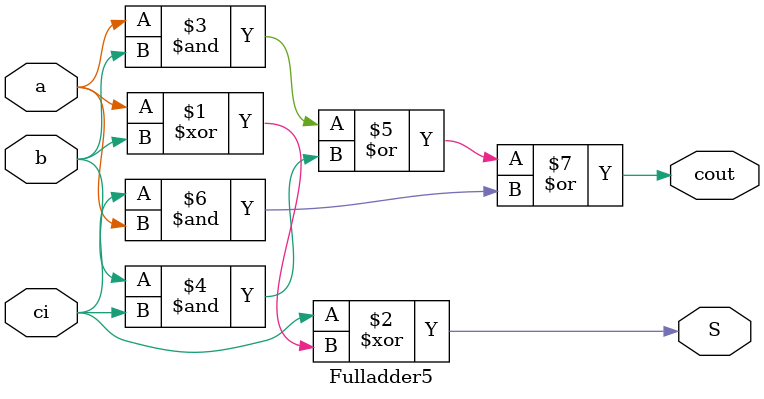
<source format=v>
`timescale 1ns / 1ps
module Fulladder5(
input ci,
input a, b, 
output S,
output cout
    );

assign S = ci ^ ( a ^ b );
assign cout = (a & b) | (b & ci) | (ci & a); 

endmodule
</source>
